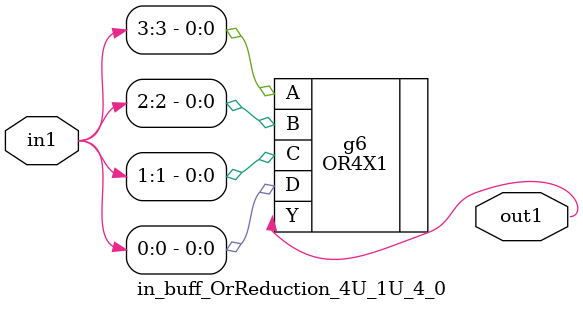
<source format=v>
`timescale 1ps / 1ps


module in_buff_OrReduction_4U_1U_4_0(in1, out1);
  input [3:0] in1;
  output out1;
  wire [3:0] in1;
  wire out1;
  OR4X1 g6(.A (in1[3]), .B (in1[2]), .C (in1[1]), .D (in1[0]), .Y
       (out1));
endmodule



</source>
